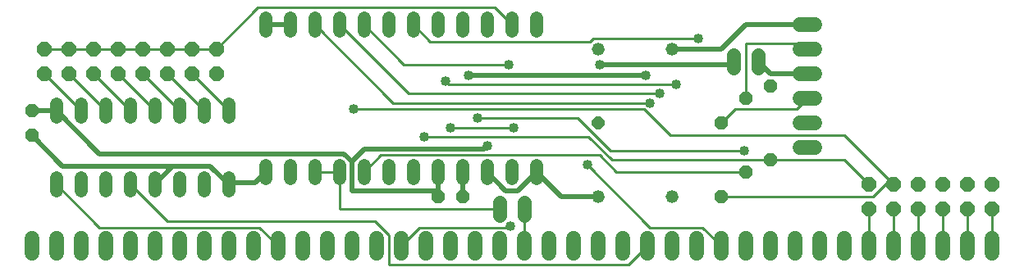
<source format=gtl>
G75*
%MOIN*%
%OFA0B0*%
%FSLAX24Y24*%
%IPPOS*%
%LPD*%
%AMOC8*
5,1,8,0,0,1.08239X$1,22.5*
%
%ADD10C,0.0520*%
%ADD11C,0.0600*%
%ADD12OC8,0.0600*%
%ADD13OC8,0.0520*%
%ADD14C,0.0520*%
%ADD15C,0.0560*%
%ADD16OC8,0.0515*%
%ADD17C,0.0200*%
%ADD18C,0.0400*%
%ADD19C,0.0100*%
D10*
X001680Y003420D02*
X001680Y003940D01*
X002680Y003940D02*
X002680Y003420D01*
X003680Y003420D02*
X003680Y003940D01*
X004680Y003940D02*
X004680Y003420D01*
X005680Y003420D02*
X005680Y003940D01*
X006680Y003940D02*
X006680Y003420D01*
X007680Y003420D02*
X007680Y003940D01*
X008680Y003940D02*
X008680Y003420D01*
X010180Y003920D02*
X010180Y004440D01*
X011180Y004440D02*
X011180Y003920D01*
X012180Y003920D02*
X012180Y004440D01*
X013180Y004440D02*
X013180Y003920D01*
X014180Y003920D02*
X014180Y004440D01*
X015180Y004440D02*
X015180Y003920D01*
X016180Y003920D02*
X016180Y004440D01*
X017180Y004440D02*
X017180Y003920D01*
X018180Y003920D02*
X018180Y004440D01*
X019180Y004440D02*
X019180Y003920D01*
X020180Y003920D02*
X020180Y004440D01*
X021180Y004440D02*
X021180Y003920D01*
X008680Y006420D02*
X008680Y006940D01*
X007680Y006940D02*
X007680Y006420D01*
X006680Y006420D02*
X006680Y006940D01*
X005680Y006940D02*
X005680Y006420D01*
X004680Y006420D02*
X004680Y006940D01*
X003680Y006940D02*
X003680Y006420D01*
X002680Y006420D02*
X002680Y006940D01*
X001680Y006940D02*
X001680Y006420D01*
X010180Y009920D02*
X010180Y010440D01*
X011180Y010440D02*
X011180Y009920D01*
X012180Y009920D02*
X012180Y010440D01*
X013180Y010440D02*
X013180Y009920D01*
X014180Y009920D02*
X014180Y010440D01*
X015180Y010440D02*
X015180Y009920D01*
X016180Y009920D02*
X016180Y010440D01*
X017180Y010440D02*
X017180Y009920D01*
X018180Y009920D02*
X018180Y010440D01*
X019180Y010440D02*
X019180Y009920D01*
X020180Y009920D02*
X020180Y010440D01*
X021180Y010440D02*
X021180Y009920D01*
D11*
X000680Y001480D02*
X000680Y000880D01*
X001680Y000880D02*
X001680Y001480D01*
X002680Y001480D02*
X002680Y000880D01*
X003680Y000880D02*
X003680Y001480D01*
X004680Y001480D02*
X004680Y000880D01*
X005680Y000880D02*
X005680Y001480D01*
X006680Y001480D02*
X006680Y000880D01*
X007680Y000880D02*
X007680Y001480D01*
X008680Y001480D02*
X008680Y000880D01*
X009680Y000880D02*
X009680Y001480D01*
X010680Y001480D02*
X010680Y000880D01*
X011680Y000880D02*
X011680Y001480D01*
X012680Y001480D02*
X012680Y000880D01*
X013680Y000880D02*
X013680Y001480D01*
X014680Y001480D02*
X014680Y000880D01*
X015680Y000880D02*
X015680Y001480D01*
X016680Y001480D02*
X016680Y000880D01*
X017680Y000880D02*
X017680Y001480D01*
X018680Y001480D02*
X018680Y000880D01*
X019680Y000880D02*
X019680Y001480D01*
X020680Y001480D02*
X020680Y000880D01*
X021680Y000880D02*
X021680Y001480D01*
X022680Y001480D02*
X022680Y000880D01*
X023680Y000880D02*
X023680Y001480D01*
X024680Y001480D02*
X024680Y000880D01*
X025680Y000880D02*
X025680Y001480D01*
X026680Y001480D02*
X026680Y000880D01*
X027680Y000880D02*
X027680Y001480D01*
X028680Y001480D02*
X028680Y000880D01*
X029680Y000880D02*
X029680Y001480D01*
X030680Y001480D02*
X030680Y000880D01*
X031680Y000880D02*
X031680Y001480D01*
X032680Y001480D02*
X032680Y000880D01*
X033680Y000880D02*
X033680Y001480D01*
X034680Y001480D02*
X034680Y000880D01*
X035680Y000880D02*
X035680Y001480D01*
X036680Y001480D02*
X036680Y000880D01*
X037680Y000880D02*
X037680Y001480D01*
X038680Y001480D02*
X038680Y000880D01*
X039680Y000880D02*
X039680Y001480D01*
X032480Y005180D02*
X031880Y005180D01*
X031880Y006180D02*
X032480Y006180D01*
X032480Y007180D02*
X031880Y007180D01*
X031880Y008180D02*
X032480Y008180D01*
X032480Y009180D02*
X031880Y009180D01*
X031880Y010180D02*
X032480Y010180D01*
D12*
X034680Y003680D03*
X035680Y003680D03*
X036680Y003680D03*
X037680Y003680D03*
X038680Y003680D03*
X039680Y003680D03*
X039680Y002680D03*
X038680Y002680D03*
X037680Y002680D03*
X036680Y002680D03*
X035680Y002680D03*
X034680Y002680D03*
X008180Y008180D03*
X007180Y008180D03*
X006180Y008180D03*
X005180Y008180D03*
X004180Y008180D03*
X003180Y008180D03*
X002180Y008180D03*
X001180Y008180D03*
X001180Y009180D03*
X002180Y009180D03*
X003180Y009180D03*
X004180Y009180D03*
X005180Y009180D03*
X006180Y009180D03*
X007180Y009180D03*
X008180Y009180D03*
D13*
X000680Y006680D03*
X000680Y005680D03*
X017180Y003180D03*
X018180Y003180D03*
X028680Y003180D03*
X029680Y004180D03*
X030680Y004680D03*
X028680Y006180D03*
X029680Y007180D03*
X030680Y007680D03*
D14*
X026680Y009180D03*
X023680Y009180D03*
X023680Y003180D03*
X026680Y003180D03*
D15*
X020680Y002960D02*
X020680Y002400D01*
X019680Y002400D02*
X019680Y002960D01*
X029180Y008400D02*
X029180Y008960D01*
X030180Y008960D02*
X030180Y008400D01*
D16*
X023680Y006180D03*
D17*
X019180Y005243D02*
X019055Y005118D01*
X014180Y005118D01*
X013680Y004618D01*
X013680Y003430D01*
X017118Y003430D01*
X017180Y003180D01*
X017180Y004180D01*
X018180Y004180D02*
X018180Y003180D01*
X019180Y004180D02*
X019930Y003430D01*
X020430Y003430D01*
X021180Y004180D01*
X022180Y003180D01*
X023680Y003180D01*
X013680Y004618D02*
X013368Y004930D01*
X003430Y004930D01*
X001680Y006680D01*
X000680Y006680D01*
X000680Y005680D02*
X001930Y004430D01*
X006305Y004430D01*
X006368Y004368D01*
X005680Y003680D01*
X006368Y004368D02*
X006430Y004430D01*
X007930Y004430D01*
X008680Y003680D01*
X008743Y003743D01*
X009743Y003743D01*
X010180Y004180D01*
X018430Y008118D02*
X025618Y008118D01*
X023743Y008555D02*
X029055Y008555D01*
X029180Y008680D01*
X030180Y008680D02*
X030680Y008180D01*
X032180Y008180D01*
X029680Y010180D02*
X028680Y009180D01*
X026680Y009180D01*
X029680Y010180D02*
X032180Y010180D01*
X011180Y010180D02*
X010180Y010180D01*
D18*
X017493Y007868D03*
X018430Y008118D03*
X020055Y008555D03*
X023743Y008555D03*
X025618Y008118D03*
X026868Y007743D03*
X026180Y007368D03*
X025805Y006993D03*
X020243Y005993D03*
X018805Y006368D03*
X017680Y005993D03*
X016618Y005618D03*
X019180Y005243D03*
X023243Y004493D03*
X029618Y005055D03*
X020118Y001993D03*
X013743Y006743D03*
X027743Y009618D03*
D19*
X023493Y009618D01*
X023368Y009493D01*
X016868Y009493D01*
X016180Y010180D01*
X015805Y008555D02*
X014180Y010180D01*
X013180Y010180D02*
X015993Y007368D01*
X026180Y007368D01*
X025805Y006993D02*
X015368Y006993D01*
X012180Y010180D01*
X009868Y010868D02*
X008180Y009180D01*
X007180Y009180D01*
X006180Y009180D01*
X005180Y009180D01*
X004180Y009180D01*
X003180Y009180D01*
X002180Y009180D01*
X001180Y009180D01*
X001180Y008180D02*
X002680Y006680D01*
X003680Y006680D02*
X002180Y008180D01*
X003180Y008180D02*
X004680Y006680D01*
X005680Y006680D02*
X004180Y008180D01*
X005180Y008180D02*
X006680Y006680D01*
X007680Y006680D02*
X006180Y008180D01*
X007180Y008180D02*
X008680Y006680D01*
X013743Y006743D02*
X025555Y006743D01*
X026618Y005680D01*
X033680Y005680D01*
X035680Y003680D01*
X035493Y003805D01*
X034868Y003180D01*
X028680Y003180D01*
X029680Y004180D02*
X024430Y004180D01*
X023743Y004868D01*
X014868Y004868D01*
X014180Y004180D01*
X013180Y004180D02*
X013180Y002680D01*
X019680Y002680D01*
X020680Y002680D02*
X020680Y001180D01*
X020055Y001930D02*
X016430Y001930D01*
X015680Y001180D01*
X015180Y001618D02*
X015180Y000430D01*
X024930Y000430D01*
X025680Y001180D01*
X025805Y001930D02*
X027930Y001930D01*
X028680Y001180D01*
X025805Y001930D02*
X023243Y004493D01*
X024243Y004680D02*
X030680Y004680D01*
X033680Y004680D01*
X034680Y003680D01*
X034680Y002680D02*
X034680Y001180D01*
X035680Y001180D02*
X035680Y002680D01*
X036680Y002680D02*
X036680Y001180D01*
X037680Y001180D02*
X037680Y002680D01*
X038680Y002680D02*
X038680Y001180D01*
X039680Y001180D02*
X039680Y002680D01*
X029618Y005055D02*
X024180Y005055D01*
X022868Y006368D01*
X018805Y006368D01*
X017680Y005993D02*
X020243Y005993D01*
X023305Y005618D02*
X024243Y004680D01*
X023305Y005618D02*
X016618Y005618D01*
X013180Y004180D02*
X012180Y004180D01*
X014618Y002180D02*
X006180Y002180D01*
X004680Y003680D01*
X003430Y001930D02*
X001680Y003680D01*
X003430Y001930D02*
X009930Y001930D01*
X010680Y001180D01*
X014618Y002180D02*
X015180Y001618D01*
X020055Y001930D02*
X020118Y001993D01*
X028680Y006180D02*
X029243Y006743D01*
X031743Y006743D01*
X032180Y007180D01*
X029680Y007180D02*
X029680Y009430D01*
X031930Y009430D01*
X032180Y009180D01*
X026868Y007743D02*
X017618Y007743D01*
X017493Y007868D01*
X015805Y008555D02*
X020055Y008555D01*
X020180Y010180D02*
X019493Y010868D01*
X009868Y010868D01*
M02*

</source>
